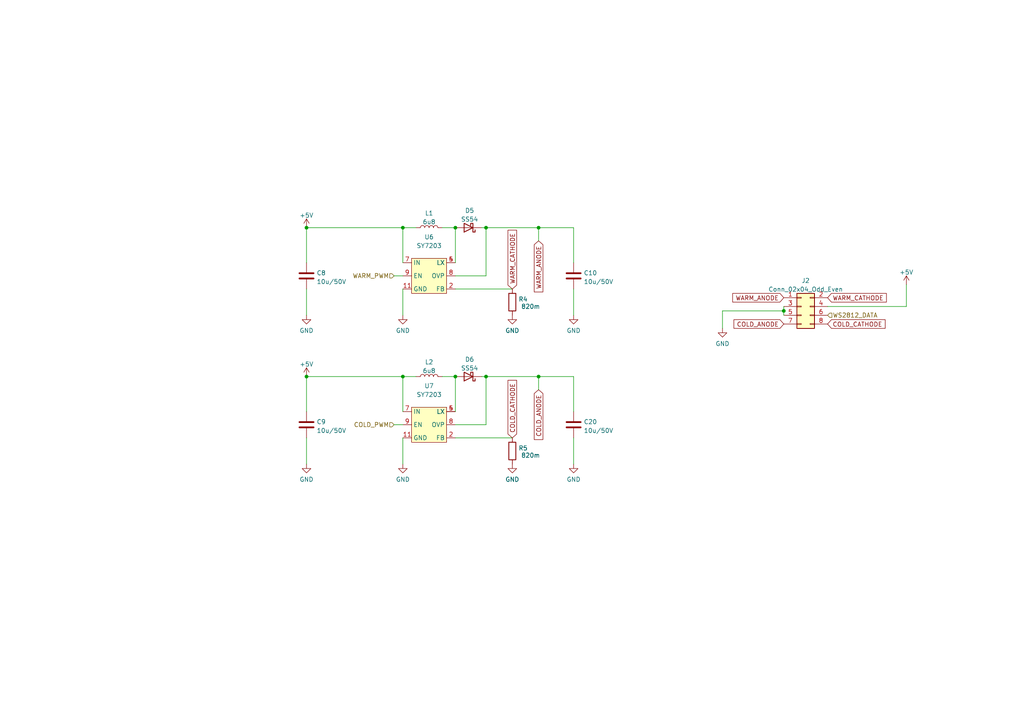
<source format=kicad_sch>
(kicad_sch (version 20230121) (generator eeschema)
  (paper "A4")
  (lib_symbols
    (symbol "Connector_Generic:Conn_02x04_Odd_Even" (pin_names (offset 1.016) hide)
      (property "Reference" "J" (at 1.27 5.08 0))
      (property "Value" "Conn_02x04_Odd_Even" (at 1.27 -7.62 0))
      (symbol "Conn_02x04_Odd_Even_1_1"
        (rectangle (start -1.27 -4.953) (end 0 -5.207) (stroke (width 0.1524)))
        (rectangle (start -1.27 -2.413) (end 0 -2.667) (stroke (width 0.1524)))
        (rectangle (start -1.27 0.127) (end 0 -0.127) (stroke (width 0.1524)))
        (rectangle (start -1.27 2.667) (end 0 2.413) (stroke (width 0.1524)))
        (rectangle (start -1.27 3.81) (end 3.81 -6.35) (stroke (width 0.254)) (fill (type background)))
        (rectangle (start 3.81 -4.953) (end 2.54 -5.207) (stroke (width 0.1524)))
        (rectangle (start 3.81 -2.413) (end 2.54 -2.667) (stroke (width 0.1524)))
        (rectangle (start 3.81 0.127) (end 2.54 -0.127) (stroke (width 0.1524)))
        (rectangle (start 3.81 2.667) (end 2.54 2.413) (stroke (width 0.1524)))
        (pin passive line (at -5.08 2.54 0) (length 3.81) (name "Pin_1") (number "1"))
        (pin passive line (at 7.62 2.54 180) (length 3.81) (name "Pin_2") (number "2"))
        (pin passive line (at -5.08 0 0) (length 3.81) (name "Pin_3") (number "3"))
        (pin passive line (at 7.62 0 180) (length 3.81) (name "Pin_4") (number "4"))
        (pin passive line (at -5.08 -2.54 0) (length 3.81) (name "Pin_5") (number "5"))
        (pin passive line (at 7.62 -2.54 180) (length 3.81) (name "Pin_6") (number "6"))
        (pin passive line (at -5.08 -5.08 0) (length 3.81) (name "Pin_7") (number "7"))
        (pin passive line (at 7.62 -5.08 180) (length 3.81) (name "Pin_8") (number "8"))
      )
    )
    (symbol "Device:C" (pin_numbers hide) (pin_names (offset 0.254))
      (property "Reference" "C" (at 0.635 2.54 0))
      (property "Value" "C" (at 0.635 -2.54 0))
      (symbol "C_0_1"
        (polyline (pts (xy -2.032 -0.762) (xy 2.032 -0.762)) (stroke (width 0.508)))
        (polyline (pts (xy -2.032 0.762) (xy 2.032 0.762)) (stroke (width 0.508)))
      )
      (symbol "C_1_1"
        (pin passive line (at 0 3.81 270) (length 2.794) (name "~") (number "1"))
        (pin passive line (at 0 -3.81 90) (length 2.794) (name "~") (number "2"))
      )
    )
    (symbol "Device:D_Schottky" (pin_numbers hide) (pin_names (offset 1.016) hide)
      (property "Reference" "D" (at 0 2.54 0))
      (property "Value" "D_Schottky" (at 0 -2.54 0))
      (symbol "D_Schottky_0_1"
        (polyline (pts (xy 1.27 0) (xy -1.27 0)))
        (polyline (pts (xy 1.27 1.27) (xy 1.27 -1.27) (xy -1.27 0) (xy 1.27 1.27)) (stroke (width 0.254)))
        (polyline (pts (xy -1.905 0.635) (xy -1.905 1.27) (xy -1.27 1.27) (xy -1.27 -1.27) (xy -0.635 -1.27) (xy -0.635 -0.635)) (stroke (width 0.254)))
      )
      (symbol "D_Schottky_1_1"
        (pin passive line (at -3.81 0 0) (length 2.54) (name "K") (number "1"))
        (pin passive line (at 3.81 0 180) (length 2.54) (name "A") (number "2"))
      )
    )
    (symbol "Device:L" (pin_numbers hide) (pin_names (offset 1.016) hide)
      (property "Reference" "L" (at -1.27 0 90))
      (property "Value" "L" (at 1.905 0 90))
      (symbol "L_0_1"
        (arc (start 0 -2.54) (mid 0.6323 -1.905) (end 0 -1.27))
        (arc (start 0 -1.27) (mid 0.6323 -0.635) (end 0 0))
        (arc (start 0 0) (mid 0.6323 0.635) (end 0 1.27))
        (arc (start 0 1.27) (mid 0.6323 1.905) (end 0 2.54))
      )
      (symbol "L_1_1"
        (pin passive line (at 0 3.81 270) (length 1.27) (name "1") (number "1"))
        (pin passive line (at 0 -3.81 90) (length 1.27) (name "2") (number "2"))
      )
    )
    (symbol "Device:R" (pin_numbers hide) (pin_names (offset 0))
      (property "Reference" "R" (at 2.032 0 90))
      (property "Value" "R" (at 0 0 90))
      (symbol "R_0_1"
        (rectangle (start -1.016 -2.54) (end 1.016 2.54) (stroke (width 0.254)))
      )
      (symbol "R_1_1"
        (pin passive line (at 0 3.81 270) (length 1.27) (name "~") (number "1"))
        (pin passive line (at 0 -3.81 90) (length 1.27) (name "~") (number "2"))
      )
    )
    (symbol "PaLampa_Library:SY7203"
      (property "Reference" "U?" (at 0 11.2658 0))
      (property "Value" "SY7203" (at 0 8.7289 0))
      (symbol "SY7203_0_1"
        (rectangle (start -5.08 5.08) (end 5.08 -5.08) (stroke (width 0.1524)) (fill (type background)))
      )
      (symbol "SY7203_1_1"
        (pin input line (at -7.62 -3.81 0) (length 2.54) (name "GND") (number "11"))
        (pin input line (at 7.62 -3.81 180) (length 2.54) (name "FB") (number "2"))
        (pin input line (at 7.62 3.81 180) (length 2.54) (name "LX") (number "4"))
        (pin input line (at 7.62 3.81 180) (length 2.54) (name "LX") (number "5"))
        (pin input line (at -7.62 3.81 0) (length 2.54) (name "IN") (number "7"))
        (pin input line (at 7.62 0 180) (length 2.54) (name "OVP") (number "8"))
        (pin input line (at -7.62 0 0) (length 2.54) (name "EN") (number "9"))
      )
    )
    (symbol "power:+5V" (power) (pin_names (offset 0))
      (property "Value" "+5V" (at 0 3.556 0))
      (symbol "+5V_0_1"
        (polyline (pts (xy -0.762 1.27) (xy 0 2.54)))
        (polyline (pts (xy 0 0) (xy 0 2.54)))
        (polyline (pts (xy 0 2.54) (xy 0.762 1.27)))
      )
      (symbol "+5V_1_1"
        (pin power_in line (at 0 0 90) (length 0) hide (name "+5V") (number "1"))
      )
    )
    (symbol "power:GND" (power) (pin_names (offset 0))
      (property "Value" "GND" (at 0 -3.81 0))
      (symbol "GND_0_1"
        (polyline (pts (xy 0 0) (xy 0 -1.27) (xy 1.27 -1.27) (xy 0 -2.54) (xy -1.27 -1.27) (xy 0 -1.27)))
      )
      (symbol "GND_1_1"
        (pin power_in line (at 0 0 270) (length 0) hide (name "GND") (number "1"))
      )
    )
  )
  (junction (at 132.08 66.04))
  (junction (at 116.84 109.22))
  (junction (at 227.33 90.17))
  (junction (at 132.08 109.22))
  (junction (at 88.9 66.04))
  (junction (at 156.21 109.22))
  (junction (at 140.97 109.22))
  (junction (at 88.9 109.22))
  (junction (at 116.84 66.04))
  (junction (at 140.97 66.04))
  (junction (at 156.21 66.04))
  (wire (pts (xy 156.21 109.22) (xy 166.37 109.22)))
  (wire (pts (xy 88.9 66.04) (xy 88.9 76.2)))
  (wire (pts (xy 88.9 109.22) (xy 88.9 119.38)))
  (wire (pts (xy 166.37 83.82) (xy 166.37 91.44)))
  (wire (pts (xy 88.9 66.04) (xy 116.84 66.04)))
  (wire (pts (xy 116.84 83.82) (xy 116.84 91.44)))
  (wire (pts (xy 209.55 90.17) (xy 209.55 95.25)))
  (wire (pts (xy 156.21 66.04) (xy 166.37 66.04)))
  (wire (pts (xy 88.9 127) (xy 88.9 134.62)))
  (wire (pts (xy 132.08 109.22) (xy 128.27 109.22)))
  (wire (pts (xy 132.08 66.04) (xy 128.27 66.04)))
  (wire (pts (xy 262.89 88.9) (xy 240.03 88.9)))
  (wire (pts (xy 116.84 109.22) (xy 120.65 109.22)))
  (wire (pts (xy 114.3 80.01) (xy 116.84 80.01)))
  (wire (pts (xy 166.37 66.04) (xy 166.37 76.2)))
  (wire (pts (xy 116.84 66.04) (xy 120.65 66.04)))
  (wire (pts (xy 140.97 80.01) (xy 140.97 66.04)))
  (wire (pts (xy 227.33 90.17) (xy 227.33 88.9)))
  (wire (pts (xy 116.84 66.04) (xy 116.84 76.2)))
  (wire (pts (xy 262.89 82.55) (xy 262.89 88.9)))
  (wire (pts (xy 156.21 109.22) (xy 156.21 113.03)))
  (wire (pts (xy 227.33 91.44) (xy 227.33 90.17)))
  (wire (pts (xy 132.08 119.38) (xy 132.08 109.22)))
  (wire (pts (xy 140.97 123.19) (xy 140.97 109.22)))
  (wire (pts (xy 116.84 127) (xy 116.84 134.62)))
  (wire (pts (xy 132.08 80.01) (xy 140.97 80.01)))
  (wire (pts (xy 132.08 83.82) (xy 148.59 83.82)))
  (wire (pts (xy 140.97 109.22) (xy 156.21 109.22)))
  (wire (pts (xy 139.7 66.04) (xy 140.97 66.04)))
  (wire (pts (xy 116.84 109.22) (xy 116.84 119.38)))
  (wire (pts (xy 139.7 109.22) (xy 140.97 109.22)))
  (wire (pts (xy 132.08 127) (xy 148.59 127)))
  (wire (pts (xy 156.21 66.04) (xy 156.21 69.85)))
  (wire (pts (xy 140.97 66.04) (xy 156.21 66.04)))
  (wire (pts (xy 114.3 123.19) (xy 116.84 123.19)))
  (wire (pts (xy 132.08 76.2) (xy 132.08 66.04)))
  (wire (pts (xy 88.9 109.22) (xy 116.84 109.22)))
  (wire (pts (xy 166.37 109.22) (xy 166.37 119.38)))
  (wire (pts (xy 88.9 83.82) (xy 88.9 91.44)))
  (wire (pts (xy 132.08 123.19) (xy 140.97 123.19)))
  (wire (pts (xy 227.33 90.17) (xy 209.55 90.17)))
  (wire (pts (xy 166.37 127) (xy 166.37 134.62)))
  (global_label "COLD_CATHODE" (shape input) (at 148.59 127 90) (property "Intersheetrefs" "${INTERSHEET_REFS}" (effects hide)))
  (global_label "WARM_ANODE" (shape input) (at 156.21 69.85 270) (property "Intersheetrefs" "${INTERSHEET_REFS}" (effects hide)))
  (global_label "COLD_ANODE" (shape input) (at 156.21 113.03 270) (property "Intersheetrefs" "${INTERSHEET_REFS}" (effects hide)))
  (global_label "WARM_CATHODE" (shape input) (at 240.03 86.36 0) (property "Intersheetrefs" "${INTERSHEET_REFS}" (effects hide)))
  (global_label "COLD_CATHODE" (shape input) (at 240.03 93.98 0) (property "Intersheetrefs" "${INTERSHEET_REFS}" (effects hide)))
  (global_label "WARM_CATHODE" (shape input) (at 148.59 83.82 90) (property "Intersheetrefs" "${INTERSHEET_REFS}" (effects hide)))
  (global_label "WARM_ANODE" (shape input) (at 227.33 86.36 180) (property "Intersheetrefs" "${INTERSHEET_REFS}" (effects hide)))
  (global_label "COLD_ANODE" (shape input) (at 227.33 93.98 180) (property "Intersheetrefs" "${INTERSHEET_REFS}" (effects hide)))
  (hierarchical_label "COLD_PWM" (shape input) (at 114.3 123.19 180))
  (hierarchical_label "WARM_PWM" (shape input) (at 114.3 80.01 180))
  (hierarchical_label "WS2812_DATA" (shape input) (at 240.03 91.44 0))
  (symbol (lib_id "power:GND") (at 148.59 134.62 0) (unit 1)
    (property "Reference" "#PWR0112" (effects hide))
    (property "Value" "GND" (at 148.59 139.0634 0))
  )
  (symbol (lib_id "power:GND") (at 88.9 134.62 0) (unit 1)
    (property "Reference" "#PWR0119" (effects hide))
    (property "Value" "GND" (at 88.9 139.0634 0))
  )
  (symbol (lib_id "Device:L") (at 124.46 66.04 90) (unit 1)
    (property "Reference" "L1" (at 124.46 61.8322 90))
    (property "Value" "6u8" (at 124.46 64.3691 90))
    (property "Footprint" "PaLampa_Library:L_Cenker_CKCS5040" (effects hide))
    (property "LCSC" "C354608" (effects hide))
  )
  (symbol (lib_id "Device:D_Schottky") (at 135.89 109.22 180) (unit 1)
    (property "Reference" "D6" (at 136.2075 104.2502 0))
    (property "Value" "SS54" (at 136.2075 106.7871 0))
    (property "Footprint" "Diode_SMD:D_SMA" (effects hide))
    (property "LCSC" "C22452" (effects hide))
  )
  (symbol (lib_id "Device:D_Schottky") (at 135.89 66.04 180) (unit 1)
    (property "Reference" "D5" (at 136.2075 61.0702 0))
    (property "Value" "SS54" (at 136.2075 63.6071 0))
    (property "Footprint" "Diode_SMD:D_SMA" (effects hide))
    (property "LCSC" "C22452" (effects hide))
  )
  (symbol (lib_id "power:GND") (at 166.37 134.62 0) (unit 1)
    (property "Reference" "#PWR0111" (effects hide))
    (property "Value" "GND" (at 166.37 139.0634 0))
  )
  (symbol (lib_id "Device:C") (at 166.37 123.19 0) (unit 1)
    (property "Reference" "C20" (at 169.291 122.3553 0) (effects (justify left)))
    (property "Value" "10u/50V" (at 169.291 124.8922 0) (effects (justify left)))
    (property "Footprint" "Capacitor_SMD:C_1206_3216Metric" (effects hide))
    (property "LCSC" "C13585" (effects hide))
  )
  (symbol (lib_id "Device:C") (at 166.37 80.01 0) (unit 1)
    (property "Reference" "C10" (at 169.291 79.1753 0) (effects (justify left)))
    (property "Value" "10u/50V" (at 169.291 81.7122 0) (effects (justify left)))
    (property "Footprint" "Capacitor_SMD:C_1206_3216Metric" (effects hide))
    (property "LCSC" "C13585" (effects hide))
  )
  (symbol (lib_id "Connector_Generic:Conn_02x04_Odd_Even") (at 232.41 88.9 0) (unit 1)
    (property "Reference" "J2" (at 233.68 81.3902 0))
    (property "Value" "Conn_02x04_Odd_Even" (at 233.68 83.9271 0))
    (property "Footprint" "Connector_IDC:IDC-Header_2x04_P2.54mm_Vertical" (effects hide))
  )
  (symbol (lib_id "power:GND") (at 116.84 134.62 0) (unit 1)
    (property "Reference" "#PWR0120" (effects hide))
    (property "Value" "GND" (at 116.84 139.0634 0))
  )
  (symbol (lib_id "Device:L") (at 124.46 109.22 90) (unit 1)
    (property "Reference" "L2" (at 124.46 105.0122 90))
    (property "Value" "6u8" (at 124.46 107.5491 90))
    (property "Footprint" "PaLampa_Library:L_Cenker_CKCS5040" (effects hide))
    (property "LCSC" "C354608" (effects hide))
  )
  (symbol (lib_id "power:GND") (at 148.59 91.44 0) (unit 1)
    (property "Reference" "#PWR0122" (effects hide))
    (property "Value" "GND" (at 148.59 95.8834 0))
  )
  (symbol (lib_id "PaLampa_Library:SY7203") (at 124.46 123.19 0) (unit 1)
    (property "Reference" "U7" (at 124.46 111.9242 0))
    (property "Value" "SY7203" (at 124.46 114.4611 0))
    (property "Footprint" "PaLampa_Library:DFN-10-1EP_3x3mm_P0.5mm_EP1.75x2.6mm" (effects hide))
    (property "LCSC" "C125894" (effects hide))
  )
  (symbol (lib_id "Device:C") (at 88.9 123.19 0) (unit 1)
    (property "Reference" "C9" (at 91.821 122.3553 0) (effects (justify left)))
    (property "Value" "10u/50V" (at 91.821 124.8922 0) (effects (justify left)))
    (property "Footprint" "Capacitor_SMD:C_1206_3216Metric" (effects hide))
    (property "LCSC" "C13585" (effects hide))
  )
  (symbol (lib_id "power:GND") (at 166.37 91.44 0) (unit 1)
    (property "Reference" "#PWR0121" (effects hide))
    (property "Value" "GND" (at 166.37 95.8834 0))
  )
  (symbol (lib_id "PaLampa_Library:SY7203") (at 124.46 80.01 0) (unit 1)
    (property "Reference" "U6" (at 124.46 68.7442 0))
    (property "Value" "SY7203" (at 124.46 71.2811 0))
    (property "Footprint" "PaLampa_Library:DFN-10-1EP_3x3mm_P0.5mm_EP1.75x2.6mm" (effects hide))
    (property "LCSC" "C125894" (effects hide))
  )
  (symbol (lib_id "power:GND") (at 88.9 91.44 0) (unit 1)
    (property "Reference" "#PWR0114" (effects hide))
    (property "Value" "GND" (at 88.9 95.8834 0))
  )
  (symbol (lib_id "Device:R") (at 148.59 87.63 0) (unit 1)
    (property "Reference" "R4" (at 150.368 86.7953 0) (effects (justify left)))
    (property "Value" "820m" (at 151.13 88.9 0) (effects (justify left)))
    (property "Footprint" "Resistor_SMD:R_0603_1608Metric" (effects hide))
    (property "LCSC" "C175664" (effects hide))
  )
  (symbol (lib_id "Device:R") (at 148.59 130.81 0) (unit 1)
    (property "Reference" "R5" (at 150.368 129.9753 0) (effects (justify left)))
    (property "Value" "820m" (at 151.13 132.08 0) (effects (justify left)))
    (property "Footprint" "Resistor_SMD:R_0603_1608Metric" (effects hide))
    (property "LCSC" "C175664" (effects hide))
  )
  (symbol (lib_id "power:GND") (at 116.84 91.44 0) (unit 1)
    (property "Reference" "#PWR0117" (effects hide))
    (property "Value" "GND" (at 116.84 95.8834 0))
  )
  (symbol (lib_id "power:GND") (at 209.55 95.25 0) (unit 1)
    (property "Reference" "#PWR0126" (effects hide))
    (property "Value" "GND" (at 209.55 99.6934 0))
  )
  (symbol (lib_id "power:+5V") (at 262.89 82.55 0) (unit 1)
    (property "Reference" "#PWR0127" (effects hide))
    (property "Value" "+5V" (at 262.89 78.9742 0))
  )
  (symbol (lib_id "power:+5V") (at 88.9 109.22 0) (unit 1)
    (property "Reference" "#PWR0118" (effects hide))
    (property "Value" "+5V" (at 88.9 105.6442 0))
  )
  (symbol (lib_id "Device:C") (at 88.9 80.01 0) (unit 1)
    (property "Reference" "C8" (at 91.821 79.1753 0) (effects (justify left)))
    (property "Value" "10u/50V" (at 91.821 81.7122 0) (effects (justify left)))
    (property "Footprint" "Capacitor_SMD:C_1206_3216Metric" (effects hide))
    (property "LCSC" "C13585" (effects hide))
  )
  (symbol (lib_id "power:+5V") (at 88.9 66.04 0) (unit 1)
    (property "Reference" "#PWR0113" (effects hide))
    (property "Value" "+5V" (at 88.9 62.4642 0))
  )
)
</source>
